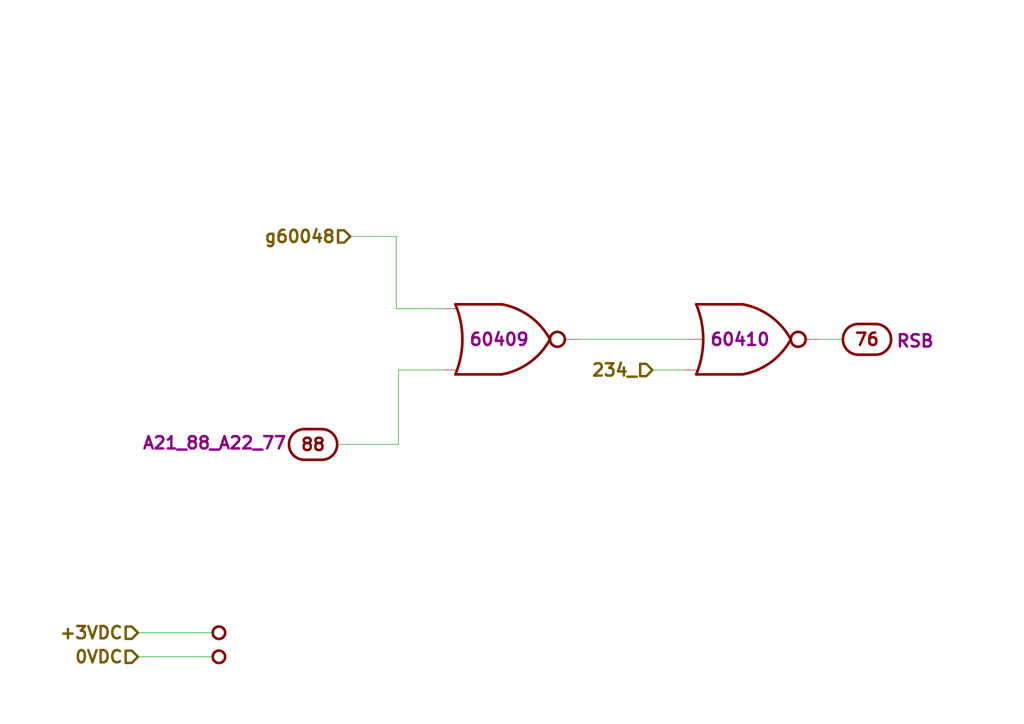
<source format=kicad_sch>
(kicad_sch (version 20211123) (generator eeschema)
  (paper "A4")
  (title_block (title "BLOCK I LOGIC FLOW S, MODULE A21, DRAWING 1006556") (date "2018-11-25") (rev "Draft") (comment 1 "Modules A21"))
  (wire (pts (xy 237.49 98.425) (xy 244.475 98.425)))
  (wire (pts (xy 114.935 68.58) (xy 101.6 68.58)))
  (wire (pts (xy 115.57 128.905) (xy 115.57 107.315)))
  (wire (pts (xy 40.005 190.5) (xy 61.595 190.5)))
  (wire (pts (xy 115.57 107.315) (xy 128.905 107.315)))
  (wire (pts (xy 40.005 183.515) (xy 61.595 183.515)))
  (wire (pts (xy 114.935 89.535) (xy 114.935 68.58)))
  (wire (pts (xy 167.64 98.425) (xy 199.39 98.425)))
  (wire (pts (xy 198.755 107.315) (xy 189.23 107.315)))
  (wire (pts (xy 128.905 89.535) (xy 114.935 89.535)))
  (wire (pts (xy 97.79 128.905) (xy 115.57 128.905)))
  (hierarchical_label "234_" (shape input) (at 189.23 107.315 180) (effects (font (size 3.556 3.556) (thickness 0.7112) bold)))
  (hierarchical_label "0VDC" (shape input) (at 40.005 190.5 180) (effects (font (size 3.556 3.556) (thickness 0.7112) bold)))
  (hierarchical_label "g60048" (shape input) (at 101.6 68.58 180) (effects (font (size 3.556 3.556) (thickness 0.7112) bold)))
  (hierarchical_label "+3VDC" (shape input) (at 40.005 183.515 180) (effects (font (size 3.556 3.556) (thickness 0.7112) bold)))
  (symbol (lib_id "AGC_DSKY:ConnectorGeneric") (at 90.805 128.905 0) (unit 88)
    (property "Reference" "J1" (effects hide))
    (property "Value" "ConnectorGeneric" (effects hide))
    (property "Caption" "A21_88_A22_77" (at 62.23 130.81 0) (effects (font (size 3.556 3.556) bold) (justify bottom)))
  )
  (symbol (lib_id "D3NOR-+3VDC-0VDC-nd1021041:D3NOR-+3VDC-0VDC-nd1021041-53_-___") (at 214.63 98.425 0) (mirror x) (unit 1)
    (property "Reference" "U1402" (effects hide))
    (property "Value" "D3NOR-+3VDC-0VDC-nd1021041-53_-___" (effects hide))
    (property "Location" "60410" (at 214.63 98.425 0) (effects (font (size 3.556 3.556) bold)))
  )
  (symbol (lib_id "AGC_DSKY:ConnectorGeneric") (at 251.46 98.425 180) (unit 76)
    (property "Reference" "J1" (effects hide))
    (property "Value" "ConnectorGeneric" (effects hide))
    (property "Caption" "RSB" (at 265.43 96.52 0) (effects (font (size 3.556 3.556) bold) (justify bottom)))
  )
  (symbol (lib_id "D3NOR-+3VDC-0VDC-nd1021041:D3NOR-+3VDC-0VDC-nd1021041-1_5-___") (at 144.78 98.425 0) (unit 1)
    (property "Reference" "U1401" (effects hide))
    (property "Value" "D3NOR-+3VDC-0VDC-nd1021041-1_5-___" (effects hide))
    (property "Location" "60409" (at 144.78 98.425 0) (effects (font (size 3.556 3.556) bold)))
  )
  (symbol (lib_id "AGC_DSKY:Node2") (at 63.5 183.515 180)
    (property "Reference" "N1301" (effects hide))
    (property "Value" "Node2" (effects hide))
    (property "Caption" "+3VDC" (effects hide))
  )
  (symbol (lib_id "AGC_DSKY:Node2") (at 63.5 190.5 180)
    (property "Reference" "N1302" (effects hide))
    (property "Value" "Node2" (effects hide))
    (property "Caption" "0VDC" (effects hide))
  )
)
</source>
